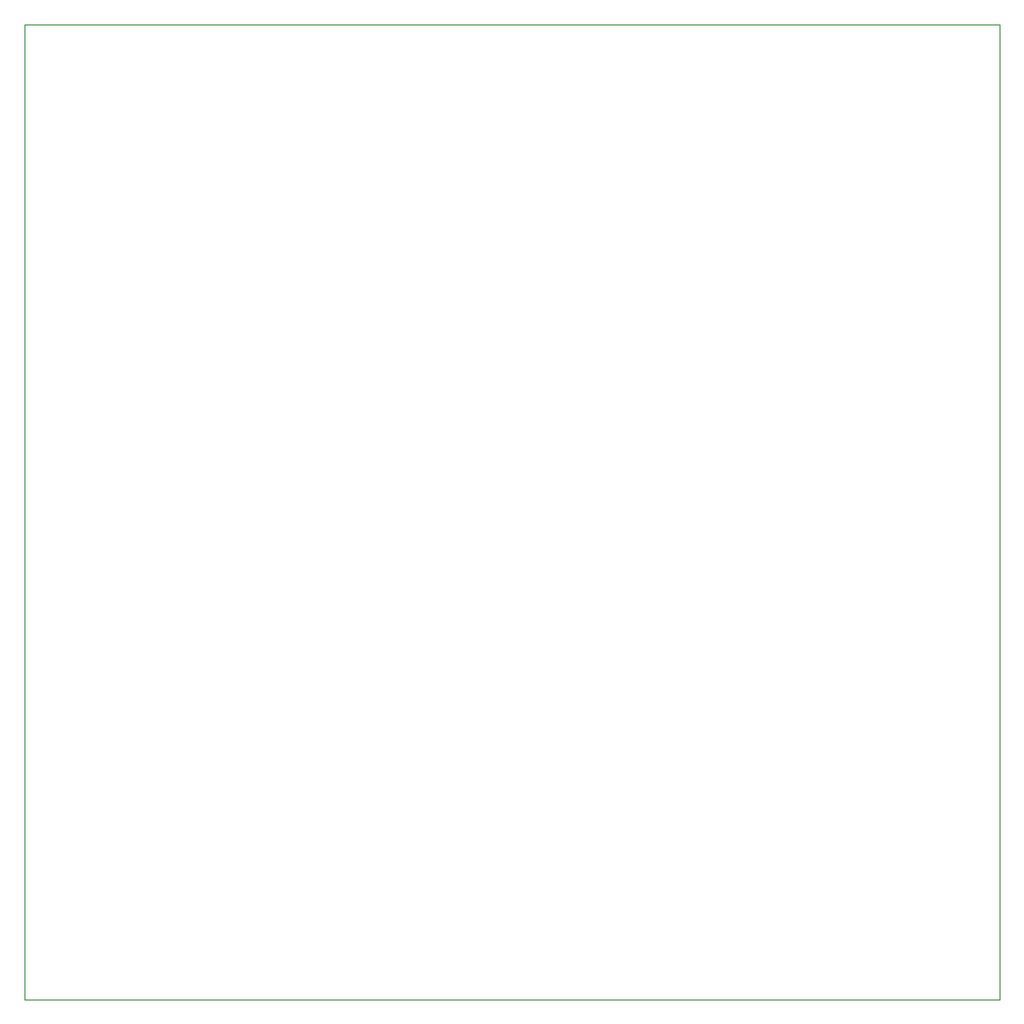
<source format=gbr>
%TF.GenerationSoftware,KiCad,Pcbnew,(6.0.7)*%
%TF.CreationDate,2022-08-13T18:52:35-04:00*%
%TF.ProjectId,Diff_Expansion,44696666-5f45-4787-9061-6e73696f6e2e,v3*%
%TF.SameCoordinates,Original*%
%TF.FileFunction,Profile,NP*%
%FSLAX46Y46*%
G04 Gerber Fmt 4.6, Leading zero omitted, Abs format (unit mm)*
G04 Created by KiCad (PCBNEW (6.0.7)) date 2022-08-13 18:52:35*
%MOMM*%
%LPD*%
G01*
G04 APERTURE LIST*
%TA.AperFunction,Profile*%
%ADD10C,0.050000*%
%TD*%
G04 APERTURE END LIST*
D10*
X152891000Y-145101800D02*
X152891000Y-60773800D01*
X68563000Y-60773800D02*
X68563000Y-145101800D01*
X152891000Y-60773800D02*
X68563000Y-60773800D01*
X152891000Y-145101800D02*
X68563000Y-145101800D01*
M02*

</source>
